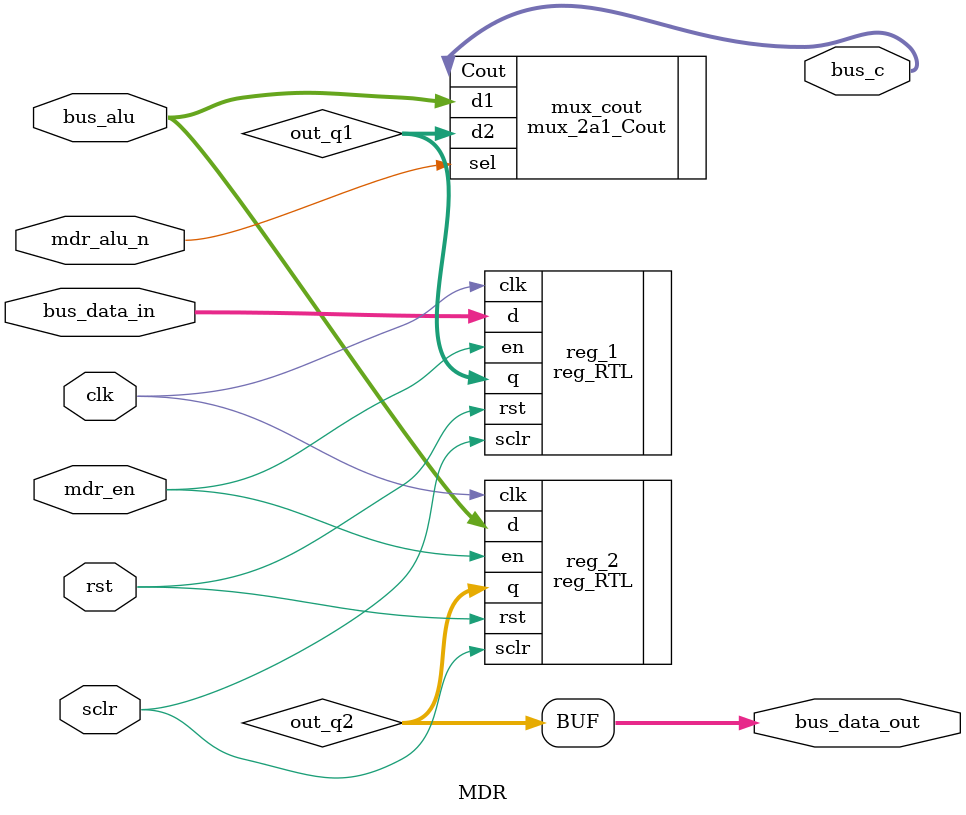
<source format=v>
module MDR #(parameter N = 8) // Generic N
(
    input wire [7:0] bus_alu,
	 input wire [7:0] bus_data_in,
    input wire       mdr_alu_n,
	 input wire       mdr_en,
    input wire       clk,
	 input wire       rst,
	 input  wire      sclr,
    output wire [7:0] bus_c,
    output wire [7:0] bus_data_out
);

wire[7:0]   out_q1;
wire[7:0]   out_q2;

// Registro de IR 
reg_RTL #(.MAX_WIDTH(N)) reg_1 (
    .d(bus_data_in),
    .clk(clk),
    .en(mdr_en),
	 .sclr(sclr),
    .rst(rst),
	 .q(out_q1)
);

// Registro de MAR
reg_RTL #(.MAX_WIDTH(N)) reg_2 (
    .d(bus_alu),
    .clk(clk),
    .en(mdr_en),
	 .sclr(sclr),
    .rst(rst),
    .q(out_q2)
);

	
// Mux para cout
mux_2a1_Cout  mux_cout (
			.d1(bus_alu), 
			.d2(out_q1), 
			.sel(mdr_alu_n), 
			.Cout(bus_c)
);

assign bus_data_out = out_q2; 
	
endmodule

</source>
